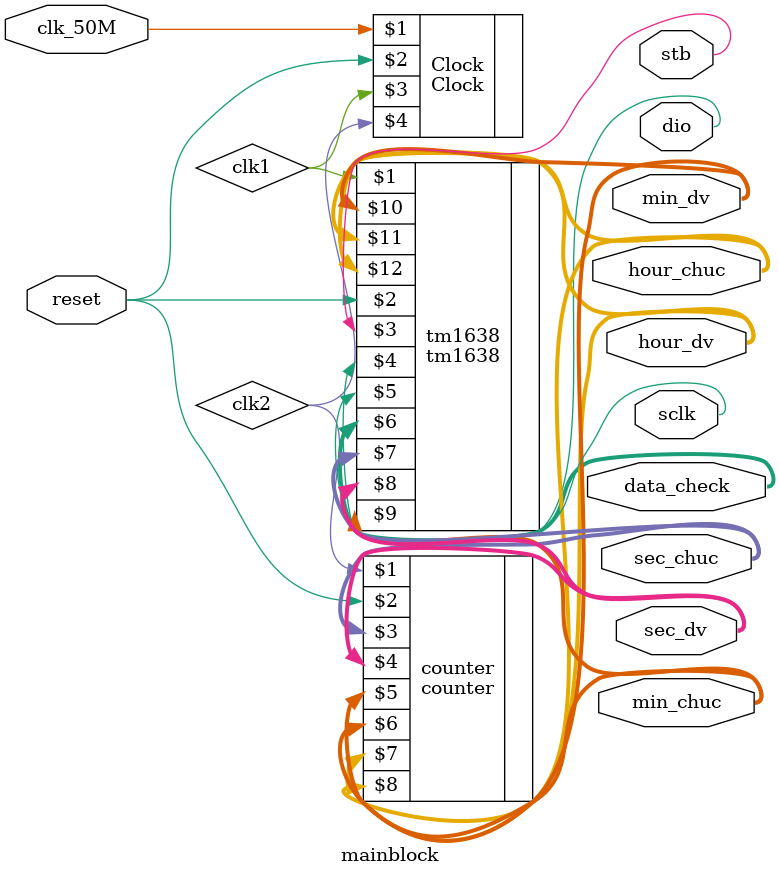
<source format=v>
`timescale 1ns / 1ps
module mainblock(clk_50M, reset, dio, sclk, stb, data_check, sec_chuc, sec_dv, min_chuc, min_dv, hour_chuc, hour_dv);
input clk_50M, reset;
wire clk1, clk2;
output wire [3:0] sec_chuc, sec_dv, min_chuc, min_dv, hour_chuc, hour_dv;
output wire dio, stb, sclk;
output wire [7:0] data_check;
Clock Clock(clk_50M, reset, clk1, clk2);
tm1638 tm1638(clk1, reset, stb, dio, sclk, data_check, sec_chuc, sec_dv, min_chuc, min_dv, hour_chuc, hour_dv);
counter counter (clk2, reset, sec_chuc, sec_dv, min_chuc, min_dv, hour_chuc, hour_dv);

endmodule


</source>
